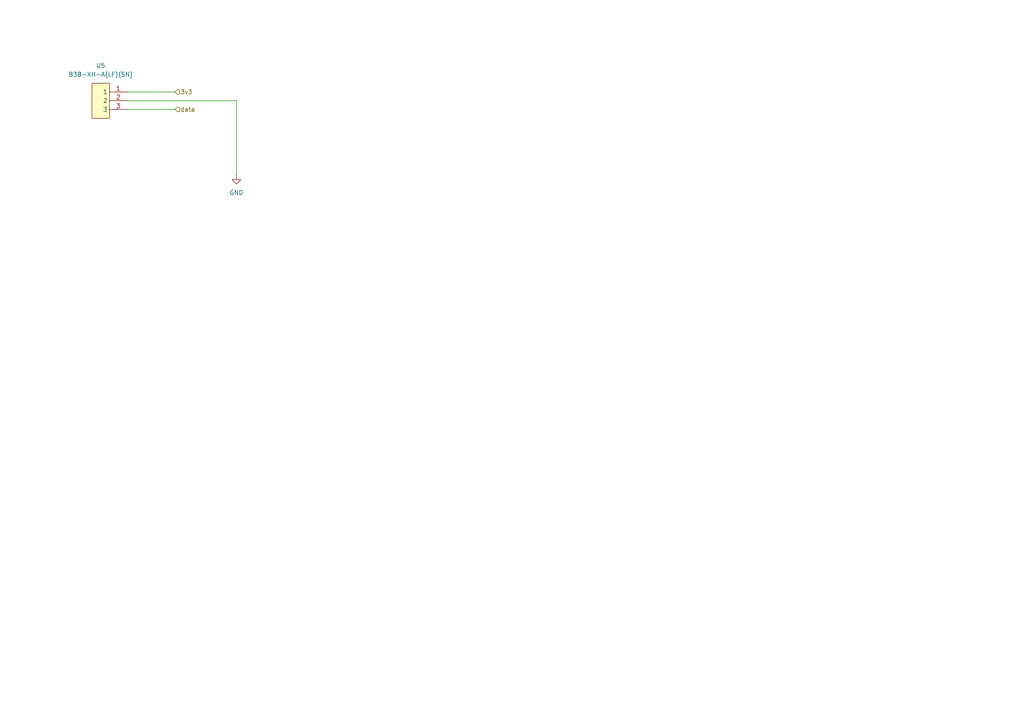
<source format=kicad_sch>
(kicad_sch (version 20250114) (generator "eeschema") (generator_version "9.0")
  (paper "A4")
  (lib_symbols
    (symbol "easyeda2kicad:B3B-XH-A(LF)(SN)"
      (property "Reference" "U" (at 0 12.7 0))
      (property "Value" "B3B-XH-A(LF)(SN)" (at 0 2.54 0))
      (symbol "B3B-XH-A(LF)(SN)_0_1"
        (rectangle (start -5.08 2.54) (end 5.08 -2.54) (fill (type background)))
        (pin unspecified line (at -2.54 7.62 270) (length 5.08) (name "1") (number "1"))
        (pin unspecified line (at 0 7.62 270) (length 5.08) (name "2") (number "2"))
        (pin unspecified line (at 2.54 7.62 270) (length 5.08) (name "3") (number "3"))
      )
    )
    (symbol "power:GND" (power) (pin_numbers (hide yes)) (pin_names (offset 0) (hide yes))
      (property "Value" "GND" (at 0 -3.81 0))
      (symbol "GND_0_1"
        (polyline (pts (xy 0 0) (xy 0 -1.27) (xy 1.27 -1.27) (xy 0 -2.54) (xy -1.27 -1.27) (xy 0 -1.27)))
      )
      (symbol "GND_1_1"
        (pin power_in line (at 0 0 270) (length 0) (name "~") (number "1"))
      )
    )
  )
  (wire (pts (xy 36.83 26.67) (xy 50.8 26.67)))
  (wire (pts (xy 36.83 31.75) (xy 50.8 31.75)))
  (wire (pts (xy 68.58 29.21) (xy 68.58 50.8)))
  (wire (pts (xy 36.83 29.21) (xy 68.58 29.21)))
  (hierarchical_label "data" (shape input) (at 50.8 31.75 0))
  (hierarchical_label "3v3" (shape input) (at 50.8 26.67 0))
  (symbol (lib_id "easyeda2kicad:B3B-XH-A(LF)(SN)") (at 29.21 29.21 270) (unit 1)
    (property "Reference" "U3" (at 29.21 19.05 90))
    (property "Value" "B3B-XH-A(LF)(SN)" (at 29.21 21.59 90))
    (property "Footprint" "easyeda2kicad:CONN-TH_3P-P2.50_A2501WV2-3P" (effects (hide yes)))
    (property "Datasheet" "https://lcsc.com/product-detail/XH-Connectors_JST-Sales-America_B3B-XH-A-LF-SN_JST-Sales-America-B3B-XH-A-LF-SN_C144394.html" (effects (hide yes)))
    (property "LCSC Part" "C144394" (effects (hide yes)))
    (instances (project "temperature" (path "" (reference "U5") (unit 1)) (path "" (reference "U4") (unit 1)) (path "" (reference "U3") (unit 1)) (path "" (reference "U6") (unit 1))))
  )
  (symbol (lib_id "power:GND") (at 68.58 50.8 0) (unit 1)
    (property "Reference" "#PWR" (effects (hide yes)))
    (property "Value" "GND" (at 68.58 55.88 0))
    (property "Description" "Power symbol creates a global label with name \"GND\" , ground" (effects (hide yes)))
    (instances (project "temperature" (path "" (reference "#PWR012") (unit 1)) (path "" (reference "#PWR011") (unit 1)) (path "" (reference "#PWR013") (unit 1))))
  )
)
</source>
